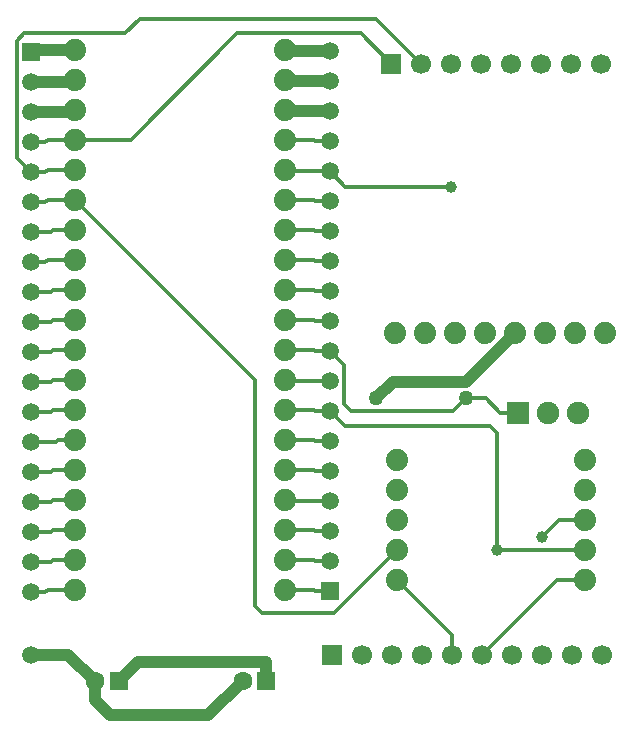
<source format=gbr>
G04 DipTrace 3.0.0.1*
G04 Top.gbr*
%MOIN*%
G04 #@! TF.FileFunction,Copper,L1,Top*
G04 #@! TF.Part,Single*
G04 #@! TA.AperFunction,Conductor*
%ADD14C,0.03937*%
%ADD15C,0.011811*%
G04 #@! TA.AperFunction,ComponentPad*
%ADD18C,0.074*%
%ADD19R,0.059055X0.059055*%
%ADD20C,0.059055*%
%ADD21R,0.066929X0.066929*%
%ADD22C,0.066929*%
%ADD23R,0.062992X0.062992*%
%ADD24C,0.062992*%
%ADD25C,0.059055*%
%ADD26R,0.074803X0.074803*%
%ADD27C,0.074803*%
%ADD28C,0.05*%
%ADD29C,0.05*%
G04 #@! TA.AperFunction,ViaPad*
%ADD30C,0.039016*%
%FSLAX26Y26*%
G04*
G70*
G90*
G75*
G01*
G04 Top*
%LPD*%
X2146381Y2754374D2*
D14*
X1985559Y2593552D1*
X1740304D1*
X1683808Y2537056D1*
X1530085Y3594954D2*
X1385261D1*
X1380757Y3599458D1*
X1240156Y1594488D2*
X1125980Y1480312D1*
X799211D1*
X748030Y1531493D1*
Y1594488D1*
X534596Y3490993D2*
X672525D1*
X680575Y3499043D1*
X748030Y1594488D2*
X659399Y1683119D1*
X534596D1*
X680575Y3499043D2*
D3*
Y3699043D2*
X542646D1*
X534596Y3690993D1*
X826770Y1594488D2*
X889764Y1657482D1*
X1318896D1*
Y1594488D1*
X534596Y3690993D2*
D3*
X1935383Y3242198D2*
D15*
X1582841D1*
X1530085Y3294954D1*
X1380757Y3299458D2*
D3*
X1530085Y3294954D2*
X1385261D1*
X1380757Y3299458D1*
X680575Y3299043D2*
X589890D1*
X581840Y3290993D1*
X534596D1*
X487352Y3338238D1*
Y3730139D1*
X510974Y3753761D1*
X849226D1*
X896470Y3801005D1*
X1686001D1*
X1835383Y3651623D1*
X534596Y3390993D2*
X581840D1*
X589890Y3399043D1*
X680575D1*
X867072D1*
X1221790Y3753761D1*
X1633245D1*
X1735383Y3651623D1*
X534596Y3190993D2*
X581840D1*
X589890Y3199043D1*
X680575D1*
X1281497Y2598121D1*
Y1844741D1*
X1305119Y1821119D1*
X1543462D1*
X1755068Y2032726D1*
X2238533Y2075856D2*
X2295402Y2132726D1*
X2380068D1*
X1530085Y2594954D2*
X1385261D1*
X1380757Y2599458D1*
X2380068Y2032726D2*
X2087356D1*
X1530085Y2494954D2*
X1482718D1*
X1478214Y2499458D1*
X1380757D1*
X2087356Y2032726D2*
Y2421123D1*
X2063734Y2444745D1*
X1580294D1*
X1530085Y2494954D1*
X1380757Y2699458D2*
X1478214D1*
X1482718Y2694954D1*
X1530085D1*
X1983808Y2537056D2*
X2050344D1*
X2097194Y2490206D1*
X2159005D1*
X1530085Y2694954D2*
X1577332Y2647707D1*
Y2517963D1*
X1600954Y2494340D1*
X1941092D1*
X1983808Y2537056D1*
X680575Y3099043D2*
X609490D1*
X601440Y3090993D1*
X534596D1*
X680757Y1999458D2*
X609694D1*
X601230Y1990993D1*
X534596D1*
X680757Y2099458D2*
X609694D1*
X601230Y2090993D1*
X534596D1*
X680757Y2199458D2*
X609694D1*
X601230Y2190993D1*
X534596D1*
X680757Y2299458D2*
X609694D1*
X601230Y2290993D1*
X534596D1*
X680757Y2399458D2*
X625860D1*
X617395Y2390993D1*
X534596D1*
X680575Y2499043D2*
X609490D1*
X601440Y2490993D1*
X534596D1*
X680575Y2599043D2*
X609490D1*
X601440Y2590993D1*
X534596D1*
X680575Y2699043D2*
X609490D1*
X601440Y2690993D1*
X534596D1*
X680575Y2799043D2*
X609490D1*
X601440Y2790993D1*
X534596D1*
X680575Y2899043D2*
X609490D1*
X601440Y2890993D1*
X534596D1*
X680575Y2999043D2*
X589894D1*
X581844Y2990993D1*
X534596D1*
X1380757Y3199458D2*
X1478214D1*
X1482718Y3194954D1*
X1530085D1*
X1380757Y1899458D2*
X1478214D1*
X1482718Y1894954D1*
X1530085D1*
X1380757Y1999458D2*
X1478214D1*
X1482718Y1994954D1*
X1530085D1*
X1380757Y2099458D2*
X1478214D1*
X1482718Y2094954D1*
X1530085D1*
X1380757Y2199458D2*
X1385261Y2194954D1*
X1530085D1*
X1380757Y2299458D2*
X1478214D1*
X1482718Y2294954D1*
X1530085D1*
X1380757Y2399458D2*
X1478214D1*
X1482718Y2394954D1*
X1530085D1*
X1380757Y3399458D2*
X1478214D1*
X1482718Y3394954D1*
X1530085D1*
X1380757Y3499458D2*
D14*
X1385261Y3494954D1*
X1530085D1*
X680757Y1899458D2*
D15*
X590308D1*
X581844Y1890993D1*
X534596D1*
X1380757Y2799458D2*
X1478214D1*
X1482718Y2794954D1*
X1530085D1*
X1380757Y2999458D2*
X1478214D1*
X1482718Y2994954D1*
X1530085D1*
X1938533Y1683119D2*
Y1749261D1*
X1755068Y1932726D1*
X2038533Y1683119D2*
X2288139Y1932726D1*
X2380068D1*
X1380757Y2899458D2*
X1478214D1*
X1482718Y2894954D1*
X1530085D1*
X1380757Y3099458D2*
X1478214D1*
X1482718Y3094954D1*
X1530085D1*
X680575Y3599043D2*
D14*
X672525Y3590993D1*
X534596D1*
X1380575Y3699043D2*
X1384664Y3694954D1*
X1530085D1*
D30*
X1935383Y3242198D3*
X2238533Y2075856D3*
X2087356Y2032726D3*
D18*
X680575Y3599043D3*
Y3499043D3*
Y3399043D3*
Y3299043D3*
Y3199043D3*
Y3099043D3*
Y2999043D3*
Y2899043D3*
Y2799043D3*
Y2699043D3*
Y2599043D3*
Y2499043D3*
X680757Y2399458D3*
Y2299458D3*
Y2199458D3*
Y2099458D3*
Y1999458D3*
Y1899458D3*
X1380757Y3599458D3*
Y3499458D3*
Y3399458D3*
Y3299458D3*
Y3199458D3*
Y3099458D3*
Y2999458D3*
Y2899458D3*
Y2799458D3*
Y2699458D3*
Y2599458D3*
Y2499458D3*
Y2399458D3*
Y2299458D3*
Y2199458D3*
Y2099458D3*
Y1999458D3*
Y1899458D3*
X680575Y3699043D3*
X1380575D3*
X1746381Y2754374D3*
X1846381D3*
X1946381D3*
X2046381D3*
X2146381D3*
X2246381D3*
X2346381D3*
X2446381D3*
X1755068Y2332726D3*
Y2232726D3*
Y2132726D3*
Y2032726D3*
Y1932726D3*
X2380068Y2332726D3*
Y2232726D3*
Y2132726D3*
Y2032726D3*
Y1932726D3*
D19*
X534596Y3690993D3*
D20*
Y3590993D3*
Y3490993D3*
Y3390993D3*
Y3290993D3*
Y3190993D3*
Y3090993D3*
Y2990993D3*
Y2890993D3*
Y2790993D3*
Y2690993D3*
Y2590993D3*
Y2490993D3*
Y2390993D3*
Y2290993D3*
Y2190993D3*
Y2090993D3*
Y1990993D3*
Y1890993D3*
D19*
X1530085Y1894954D3*
D20*
Y1994954D3*
Y2094954D3*
Y2194954D3*
Y2294954D3*
Y2394954D3*
Y2494954D3*
Y2594954D3*
Y2694954D3*
Y2794954D3*
Y2894954D3*
Y2994954D3*
Y3094954D3*
Y3194954D3*
Y3294954D3*
Y3394954D3*
Y3494954D3*
Y3594954D3*
Y3694954D3*
D21*
X1735383Y3651623D3*
D22*
X1835383D3*
X1935383D3*
X2035383D3*
X2135383D3*
X2235383D3*
X2335383D3*
X2435383D3*
D21*
X1538533Y1683119D3*
D22*
X1638533D3*
X1738533D3*
X1838533D3*
X1938533D3*
X2038533D3*
X2138533D3*
X2238533D3*
X2338533D3*
X2438533D3*
D23*
X826770Y1594488D3*
D24*
X748030D3*
D23*
X1318896D3*
D24*
X1240156D3*
D25*
X534596Y1683119D3*
D26*
X2159005Y2490206D3*
D27*
X2259005D3*
X2359005D3*
D28*
X1683808Y2537056D3*
D29*
X1983808D3*
M02*

</source>
